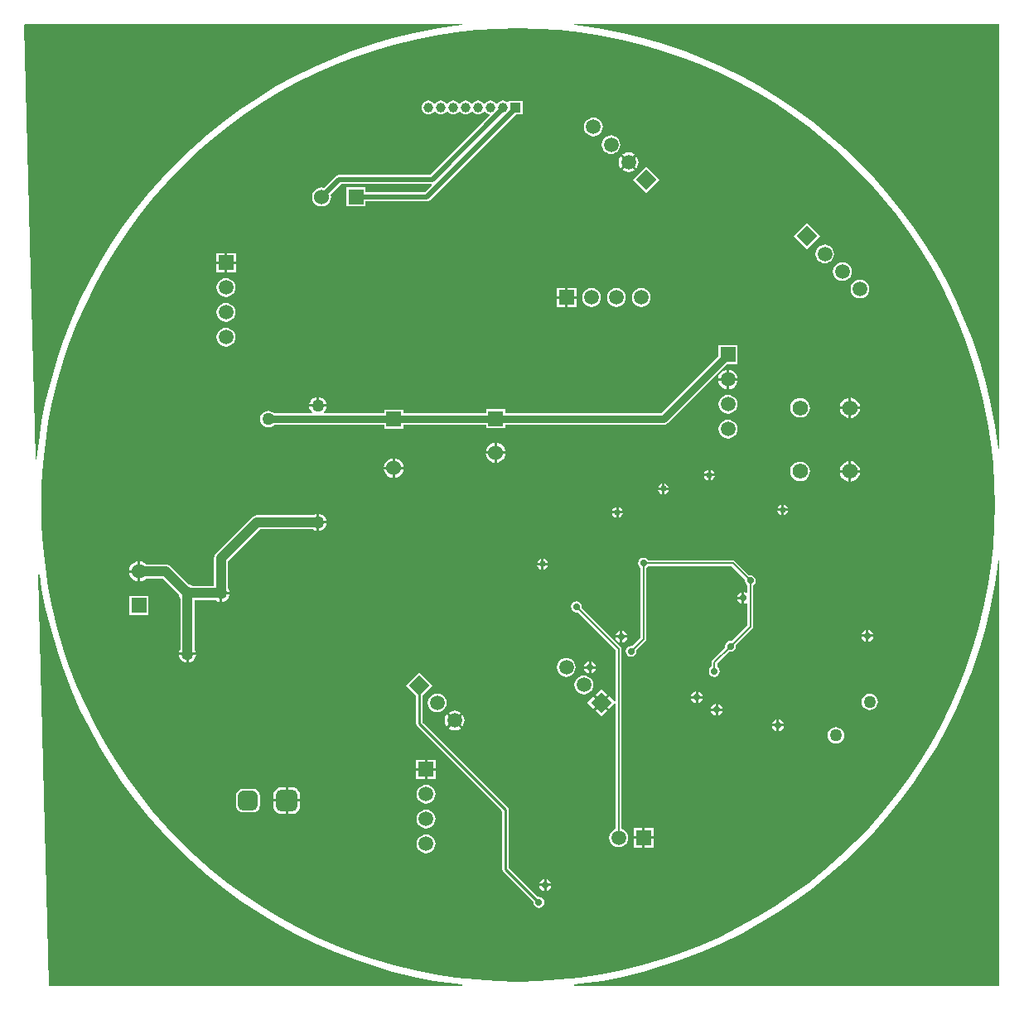
<source format=gbl>
G04*
G04 #@! TF.GenerationSoftware,Altium Limited,Altium Designer,18.1.9 (240)*
G04*
G04 Layer_Physical_Order=2*
G04 Layer_Color=16711680*
%FSLAX25Y25*%
%MOIN*%
G70*
G01*
G75*
%ADD14C,0.01000*%
%ADD15C,0.00800*%
%ADD70C,0.02000*%
%ADD71C,0.03000*%
%ADD72C,0.04000*%
%ADD74R,0.06000X0.06000*%
%ADD75C,0.06000*%
%ADD76R,0.05906X0.05906*%
%ADD77C,0.05906*%
%ADD78C,0.06200*%
%ADD79R,0.06000X0.06000*%
G04:AMPARAMS|DCode=80|XSize=78.74mil|YSize=78.74mil|CornerRadius=19.68mil|HoleSize=0mil|Usage=FLASHONLY|Rotation=180.000|XOffset=0mil|YOffset=0mil|HoleType=Round|Shape=RoundedRectangle|*
%AMROUNDEDRECTD80*
21,1,0.07874,0.03937,0,0,180.0*
21,1,0.03937,0.07874,0,0,180.0*
1,1,0.03937,-0.01968,0.01968*
1,1,0.03937,0.01968,0.01968*
1,1,0.03937,0.01968,-0.01968*
1,1,0.03937,-0.01968,-0.01968*
%
%ADD80ROUNDEDRECTD80*%
G04:AMPARAMS|DCode=81|XSize=86.61mil|YSize=86.61mil|CornerRadius=21.65mil|HoleSize=0mil|Usage=FLASHONLY|Rotation=180.000|XOffset=0mil|YOffset=0mil|HoleType=Round|Shape=RoundedRectangle|*
%AMROUNDEDRECTD81*
21,1,0.08661,0.04331,0,0,180.0*
21,1,0.04331,0.08661,0,0,180.0*
1,1,0.04331,-0.02165,0.02165*
1,1,0.04331,0.02165,0.02165*
1,1,0.04331,0.02165,-0.02165*
1,1,0.04331,-0.02165,-0.02165*
%
%ADD81ROUNDEDRECTD81*%
%ADD82P,0.08352X4X180.0*%
%ADD83R,0.05906X0.05906*%
%ADD84C,0.03937*%
%ADD85R,0.03937X0.03937*%
%ADD86C,0.05000*%
%ADD87C,0.02800*%
%ADD88C,0.02400*%
G36*
X387691Y215495D02*
X387191Y215468D01*
X386871Y218392D01*
X385580Y226781D01*
X383924Y235105D01*
X381907Y243350D01*
X379532Y251498D01*
X376803Y259535D01*
X373727Y267445D01*
X370309Y275214D01*
X366555Y282826D01*
X362473Y290268D01*
X358069Y297524D01*
X353354Y304581D01*
X348335Y311426D01*
X343023Y318045D01*
X337427Y324426D01*
X331557Y330557D01*
X325426Y336427D01*
X319045Y342023D01*
X312426Y347335D01*
X305581Y352354D01*
X298524Y357069D01*
X291268Y361473D01*
X283826Y365555D01*
X276214Y369309D01*
X268445Y372727D01*
X260535Y375803D01*
X252498Y378532D01*
X244350Y380907D01*
X236105Y382924D01*
X227781Y384580D01*
X219392Y385871D01*
X216468Y386191D01*
X216495Y386691D01*
X387691Y386691D01*
X387691Y215495D01*
D02*
G37*
G36*
X171532Y386191D02*
X168608Y385871D01*
X160219Y384580D01*
X151895Y382924D01*
X143650Y380907D01*
X135502Y378532D01*
X127465Y375803D01*
X119554Y372727D01*
X111786Y369309D01*
X104174Y365555D01*
X96732Y361473D01*
X89476Y357069D01*
X82419Y352354D01*
X75574Y347335D01*
X68955Y342023D01*
X62574Y336427D01*
X56443Y330557D01*
X50573Y324426D01*
X44977Y318045D01*
X39665Y311426D01*
X34646Y304581D01*
X29930Y297524D01*
X25527Y290268D01*
X21445Y282826D01*
X17691Y275214D01*
X14273Y267445D01*
X11197Y259535D01*
X8468Y251498D01*
X6093Y243350D01*
X4076Y235105D01*
X2420Y226781D01*
X1129Y218392D01*
X346Y211246D01*
X-155Y211266D01*
X-4600Y386333D01*
X-4251Y386691D01*
X171505Y386691D01*
X171532Y386191D01*
D02*
G37*
G36*
X202370Y384702D02*
X210724Y384155D01*
X219046Y383243D01*
X227320Y381970D01*
X235531Y380336D01*
X243663Y378346D01*
X251701Y376004D01*
X259629Y373313D01*
X267431Y370278D01*
X275094Y366907D01*
X282603Y363204D01*
X289942Y359177D01*
X297100Y354834D01*
X304061Y350183D01*
X310812Y345232D01*
X317341Y339992D01*
X323636Y334472D01*
X329683Y328683D01*
X335472Y322636D01*
X340992Y316341D01*
X346232Y309812D01*
X351183Y303061D01*
X355834Y296100D01*
X360177Y288942D01*
X364204Y281603D01*
X367907Y274094D01*
X371278Y266431D01*
X374313Y258629D01*
X377004Y250701D01*
X379346Y242663D01*
X381336Y234531D01*
X382970Y226320D01*
X384243Y218046D01*
X385155Y209724D01*
X385702Y201370D01*
X385885Y193000D01*
X385702Y184630D01*
X385155Y176276D01*
X384243Y167954D01*
X382970Y159680D01*
X381336Y151469D01*
X379346Y143337D01*
X377004Y135299D01*
X374313Y127372D01*
X371278Y119569D01*
X367907Y111906D01*
X364204Y104397D01*
X360177Y97058D01*
X355834Y89900D01*
X351183Y82939D01*
X346232Y76188D01*
X340992Y69659D01*
X335472Y63364D01*
X329683Y57317D01*
X323636Y51528D01*
X317341Y46008D01*
X310812Y40768D01*
X304061Y35817D01*
X297100Y31166D01*
X289942Y26823D01*
X282603Y22796D01*
X275094Y19093D01*
X267431Y15722D01*
X259629Y12687D01*
X251701Y9996D01*
X243663Y7654D01*
X235531Y5664D01*
X227320Y4030D01*
X219046Y2757D01*
X210724Y1845D01*
X202370Y1298D01*
X194000Y1115D01*
X185630Y1298D01*
X177276Y1845D01*
X168954Y2757D01*
X160680Y4030D01*
X152469Y5664D01*
X144337Y7654D01*
X136299Y9996D01*
X128372Y12687D01*
X120569Y15722D01*
X112906Y19093D01*
X105397Y22796D01*
X98058Y26823D01*
X90900Y31166D01*
X83939Y35817D01*
X77188Y40768D01*
X70659Y46008D01*
X64364Y51528D01*
X58317Y57317D01*
X52528Y63364D01*
X47008Y69659D01*
X41768Y76188D01*
X36817Y82939D01*
X32166Y89900D01*
X27823Y97058D01*
X23796Y104397D01*
X20093Y111906D01*
X16722Y119569D01*
X13687Y127372D01*
X10996Y135299D01*
X8653Y143337D01*
X6664Y151469D01*
X5030Y159680D01*
X3757Y167954D01*
X2845Y176276D01*
X2298Y184630D01*
X2115Y193000D01*
X2298Y201370D01*
X2845Y209724D01*
X3757Y218046D01*
X5030Y226320D01*
X6664Y234531D01*
X8653Y242663D01*
X10996Y250701D01*
X13687Y258629D01*
X16722Y266431D01*
X20093Y274094D01*
X23796Y281603D01*
X27823Y288942D01*
X32166Y296100D01*
X36817Y303061D01*
X41768Y309812D01*
X47008Y316341D01*
X52528Y322636D01*
X58317Y328683D01*
X64364Y334472D01*
X70659Y339992D01*
X77188Y345232D01*
X83939Y350183D01*
X90900Y354834D01*
X98058Y359177D01*
X105397Y363204D01*
X112906Y366907D01*
X120569Y370278D01*
X128372Y373313D01*
X136299Y376004D01*
X144337Y378346D01*
X152469Y380336D01*
X160680Y381970D01*
X168954Y383243D01*
X177276Y384155D01*
X185630Y384702D01*
X194000Y384885D01*
X202370Y384702D01*
D02*
G37*
G36*
X387691Y170505D02*
X387691Y-691D01*
X216495D01*
X216468Y-191D01*
X219392Y129D01*
X227781Y1420D01*
X236105Y3076D01*
X244350Y5093D01*
X252498Y7468D01*
X260535Y10197D01*
X268445Y13273D01*
X276214Y16691D01*
X283826Y20445D01*
X291268Y24527D01*
X298524Y28931D01*
X305581Y33646D01*
X312426Y38665D01*
X319045Y43977D01*
X325426Y49573D01*
X331557Y55443D01*
X337427Y61574D01*
X343023Y67955D01*
X348335Y74574D01*
X353354Y81419D01*
X358069Y88476D01*
X362473Y95732D01*
X366555Y103173D01*
X370309Y110786D01*
X373727Y118554D01*
X376803Y126465D01*
X379532Y134502D01*
X381907Y142650D01*
X383924Y150895D01*
X385580Y159219D01*
X386871Y167608D01*
X387191Y170532D01*
X387691Y170505D01*
D02*
G37*
G36*
X2420Y159219D02*
X4076Y150895D01*
X6093Y142650D01*
X8468Y134502D01*
X11197Y126465D01*
X14273Y118554D01*
X17691Y110786D01*
X21445Y103173D01*
X25527Y95732D01*
X29930Y88476D01*
X34646Y81419D01*
X39665Y74574D01*
X44977Y67955D01*
X50573Y61574D01*
X56443Y55443D01*
X62574Y49573D01*
X68955Y43977D01*
X75574Y38665D01*
X82419Y33646D01*
X89476Y28931D01*
X96732Y24527D01*
X104174Y20445D01*
X111786Y16691D01*
X119554Y13273D01*
X127465Y10197D01*
X135502Y7468D01*
X143650Y5093D01*
X151895Y3076D01*
X160219Y1420D01*
X168608Y129D01*
X171532Y-191D01*
X171505Y-691D01*
X5228D01*
X1020Y165031D01*
X1519Y165076D01*
X2420Y159219D01*
D02*
G37*
%LPC*%
G36*
X188000Y355792D02*
X187277Y355697D01*
X186604Y355418D01*
X186026Y354975D01*
X185815Y354700D01*
X185185Y354700D01*
X184975Y354975D01*
X184396Y355418D01*
X183723Y355697D01*
X183000Y355792D01*
X182277Y355697D01*
X181604Y355418D01*
X181026Y354975D01*
X180815Y354700D01*
X180185D01*
X179974Y354975D01*
X179396Y355418D01*
X178723Y355697D01*
X178000Y355792D01*
X177277Y355697D01*
X176604Y355418D01*
X176025Y354975D01*
X175815Y354700D01*
X175185D01*
X174975Y354975D01*
X174396Y355418D01*
X173723Y355697D01*
X173000Y355792D01*
X172277Y355697D01*
X171604Y355418D01*
X171026Y354975D01*
X170815Y354700D01*
X170185D01*
X169975Y354975D01*
X169396Y355418D01*
X168723Y355697D01*
X168000Y355792D01*
X167277Y355697D01*
X166604Y355418D01*
X166025Y354975D01*
X165815Y354700D01*
X165185D01*
X164974Y354975D01*
X164396Y355418D01*
X163723Y355697D01*
X163000Y355792D01*
X162277Y355697D01*
X161604Y355418D01*
X161026Y354975D01*
X160815Y354700D01*
X160185D01*
X159975Y354975D01*
X159396Y355418D01*
X158723Y355697D01*
X158000Y355792D01*
X157277Y355697D01*
X156604Y355418D01*
X156026Y354975D01*
X155582Y354396D01*
X155303Y353723D01*
X155208Y353000D01*
X155303Y352277D01*
X155582Y351604D01*
X156026Y351026D01*
X156604Y350582D01*
X157277Y350303D01*
X158000Y350208D01*
X158723Y350303D01*
X159396Y350582D01*
X159975Y351026D01*
X160185Y351300D01*
X160815D01*
X161026Y351026D01*
X161604Y350582D01*
X162277Y350303D01*
X163000Y350208D01*
X163723Y350303D01*
X164396Y350582D01*
X164974Y351026D01*
X165185Y351300D01*
X165815D01*
X166025Y351026D01*
X166604Y350582D01*
X167277Y350303D01*
X168000Y350208D01*
X168723Y350303D01*
X169396Y350582D01*
X169975Y351026D01*
X170185Y351300D01*
X170815D01*
X171026Y351026D01*
X171604Y350582D01*
X172277Y350303D01*
X173000Y350208D01*
X173723Y350303D01*
X174396Y350582D01*
X174975Y351026D01*
X175185Y351300D01*
X175815D01*
X176025Y351026D01*
X176604Y350582D01*
X177277Y350303D01*
X178000Y350208D01*
X178723Y350303D01*
X179396Y350582D01*
X179974Y351026D01*
X180185Y351300D01*
X180815D01*
X181026Y351026D01*
X181604Y350582D01*
X182277Y350303D01*
X182474Y350277D01*
X182653Y349749D01*
X158740Y325835D01*
X122000D01*
X121298Y325696D01*
X120702Y325298D01*
X116073Y320669D01*
X115992Y320702D01*
X115000Y320833D01*
X114008Y320702D01*
X113084Y320319D01*
X112290Y319710D01*
X111681Y318916D01*
X111298Y317992D01*
X111167Y317000D01*
X111298Y316008D01*
X111681Y315084D01*
X112290Y314290D01*
X113084Y313681D01*
X114008Y313298D01*
X115000Y313167D01*
X115992Y313298D01*
X116916Y313681D01*
X117710Y314290D01*
X118319Y315084D01*
X118702Y316008D01*
X118833Y317000D01*
X118702Y317992D01*
X118669Y318073D01*
X122760Y322165D01*
X159192D01*
X159399Y321665D01*
X156569Y318835D01*
X132580D01*
Y320800D01*
X124979D01*
Y313200D01*
X132580D01*
Y315165D01*
X157329D01*
X158032Y315304D01*
X158627Y315702D01*
X193156Y350232D01*
X195768D01*
Y355768D01*
X190232D01*
Y355408D01*
X189732Y355161D01*
X189396Y355418D01*
X188723Y355697D01*
X188000Y355792D01*
D02*
G37*
G36*
X224358Y348927D02*
X223378Y348798D01*
X222465Y348420D01*
X221681Y347819D01*
X221080Y347035D01*
X220702Y346122D01*
X220573Y345142D01*
X220702Y344163D01*
X221080Y343250D01*
X221681Y342466D01*
X222465Y341864D01*
X223378Y341486D01*
X224358Y341357D01*
X225338Y341486D01*
X226250Y341864D01*
X227034Y342466D01*
X227636Y343250D01*
X228014Y344163D01*
X228143Y345142D01*
X228014Y346122D01*
X227636Y347035D01*
X227034Y347819D01*
X226250Y348420D01*
X225338Y348798D01*
X224358Y348927D01*
D02*
G37*
G36*
X231429Y341856D02*
X230449Y341727D01*
X229536Y341349D01*
X228752Y340748D01*
X228151Y339964D01*
X227773Y339051D01*
X227644Y338071D01*
X227773Y337091D01*
X228151Y336178D01*
X228752Y335395D01*
X229536Y334793D01*
X230449Y334415D01*
X231429Y334286D01*
X232409Y334415D01*
X233321Y334793D01*
X234105Y335395D01*
X234707Y336178D01*
X235085Y337091D01*
X235214Y338071D01*
X235085Y339051D01*
X234707Y339964D01*
X234105Y340748D01*
X233321Y341349D01*
X232409Y341727D01*
X231429Y341856D01*
D02*
G37*
G36*
X238500Y334987D02*
X237468Y334851D01*
X236507Y334453D01*
X236081Y334126D01*
X238500Y331707D01*
X240919Y334126D01*
X240493Y334453D01*
X239532Y334851D01*
X238500Y334987D01*
D02*
G37*
G36*
X241626Y333419D02*
X239207Y331000D01*
X241626Y328581D01*
X241953Y329007D01*
X242351Y329968D01*
X242487Y331000D01*
X242351Y332032D01*
X241953Y332993D01*
X241626Y333419D01*
D02*
G37*
G36*
X235374D02*
X235047Y332993D01*
X234649Y332032D01*
X234513Y331000D01*
X234649Y329968D01*
X235047Y329007D01*
X235374Y328581D01*
X237793Y331000D01*
X235374Y333419D01*
D02*
G37*
G36*
X238500Y330293D02*
X236081Y327874D01*
X236507Y327547D01*
X237468Y327149D01*
X238500Y327013D01*
X239532Y327149D01*
X240493Y327547D01*
X240919Y327874D01*
X238500Y330293D01*
D02*
G37*
G36*
X245571Y329236D02*
X240264Y323929D01*
X245571Y318622D01*
X250878Y323929D01*
X245571Y329236D01*
D02*
G37*
G36*
X310358Y306449D02*
X305051Y301142D01*
X310358Y295835D01*
X315665Y301142D01*
X310358Y306449D01*
D02*
G37*
G36*
X80453Y294453D02*
X77000D01*
Y291000D01*
X80453D01*
Y294453D01*
D02*
G37*
G36*
X76000D02*
X72547D01*
Y291000D01*
X76000D01*
Y294453D01*
D02*
G37*
G36*
X317429Y297856D02*
X316449Y297727D01*
X315536Y297349D01*
X314753Y296747D01*
X314151Y295964D01*
X313773Y295051D01*
X313644Y294071D01*
X313773Y293091D01*
X314151Y292179D01*
X314753Y291395D01*
X315536Y290793D01*
X316449Y290415D01*
X317429Y290286D01*
X318409Y290415D01*
X319321Y290793D01*
X320105Y291395D01*
X320707Y292179D01*
X321085Y293091D01*
X321214Y294071D01*
X321085Y295051D01*
X320707Y295964D01*
X320105Y296747D01*
X319321Y297349D01*
X318409Y297727D01*
X317429Y297856D01*
D02*
G37*
G36*
X80453Y290000D02*
X77000D01*
Y286547D01*
X80453D01*
Y290000D01*
D02*
G37*
G36*
X76000D02*
X72547D01*
Y286547D01*
X76000D01*
Y290000D01*
D02*
G37*
G36*
X324500Y290785D02*
X323520Y290656D01*
X322607Y290278D01*
X321824Y289676D01*
X321222Y288893D01*
X320844Y287980D01*
X320715Y287000D01*
X320844Y286020D01*
X321222Y285107D01*
X321824Y284324D01*
X322607Y283722D01*
X323520Y283344D01*
X324500Y283215D01*
X325480Y283344D01*
X326393Y283722D01*
X327176Y284324D01*
X327778Y285107D01*
X328156Y286020D01*
X328285Y287000D01*
X328156Y287980D01*
X327778Y288893D01*
X327176Y289676D01*
X326393Y290278D01*
X325480Y290656D01*
X324500Y290785D01*
D02*
G37*
G36*
X217504Y280453D02*
X214051D01*
Y277000D01*
X217504D01*
Y280453D01*
D02*
G37*
G36*
X213051D02*
X209598D01*
Y277000D01*
X213051D01*
Y280453D01*
D02*
G37*
G36*
X76500Y284285D02*
X75520Y284156D01*
X74607Y283778D01*
X73823Y283176D01*
X73222Y282393D01*
X72844Y281480D01*
X72715Y280500D01*
X72844Y279520D01*
X73222Y278607D01*
X73823Y277823D01*
X74607Y277222D01*
X75520Y276844D01*
X76500Y276715D01*
X77480Y276844D01*
X78393Y277222D01*
X79176Y277823D01*
X79778Y278607D01*
X80156Y279520D01*
X80285Y280500D01*
X80156Y281480D01*
X79778Y282393D01*
X79176Y283176D01*
X78393Y283778D01*
X77480Y284156D01*
X76500Y284285D01*
D02*
G37*
G36*
X331571Y283714D02*
X330591Y283585D01*
X329679Y283207D01*
X328895Y282605D01*
X328293Y281821D01*
X327915Y280909D01*
X327786Y279929D01*
X327915Y278949D01*
X328293Y278036D01*
X328895Y277252D01*
X329679Y276651D01*
X330591Y276273D01*
X331571Y276144D01*
X332551Y276273D01*
X333464Y276651D01*
X334248Y277252D01*
X334849Y278036D01*
X335227Y278949D01*
X335356Y279929D01*
X335227Y280909D01*
X334849Y281821D01*
X334248Y282605D01*
X333464Y283207D01*
X332551Y283585D01*
X331571Y283714D01*
D02*
G37*
G36*
X243551Y280285D02*
X242571Y280156D01*
X241659Y279778D01*
X240875Y279176D01*
X240273Y278393D01*
X239895Y277480D01*
X239766Y276500D01*
X239895Y275520D01*
X240273Y274607D01*
X240875Y273823D01*
X241659Y273222D01*
X242571Y272844D01*
X243551Y272715D01*
X244531Y272844D01*
X245444Y273222D01*
X246228Y273823D01*
X246829Y274607D01*
X247207Y275520D01*
X247336Y276500D01*
X247207Y277480D01*
X246829Y278393D01*
X246228Y279176D01*
X245444Y279778D01*
X244531Y280156D01*
X243551Y280285D01*
D02*
G37*
G36*
X233551D02*
X232572Y280156D01*
X231659Y279778D01*
X230875Y279176D01*
X230273Y278393D01*
X229895Y277480D01*
X229766Y276500D01*
X229895Y275520D01*
X230273Y274607D01*
X230875Y273823D01*
X231659Y273222D01*
X232572Y272844D01*
X233551Y272715D01*
X234531Y272844D01*
X235444Y273222D01*
X236228Y273823D01*
X236829Y274607D01*
X237207Y275520D01*
X237336Y276500D01*
X237207Y277480D01*
X236829Y278393D01*
X236228Y279176D01*
X235444Y279778D01*
X234531Y280156D01*
X233551Y280285D01*
D02*
G37*
G36*
X223551D02*
X222571Y280156D01*
X221659Y279778D01*
X220875Y279176D01*
X220273Y278393D01*
X219895Y277480D01*
X219766Y276500D01*
X219895Y275520D01*
X220273Y274607D01*
X220875Y273823D01*
X221659Y273222D01*
X222571Y272844D01*
X223551Y272715D01*
X224531Y272844D01*
X225444Y273222D01*
X226228Y273823D01*
X226829Y274607D01*
X227207Y275520D01*
X227336Y276500D01*
X227207Y277480D01*
X226829Y278393D01*
X226228Y279176D01*
X225444Y279778D01*
X224531Y280156D01*
X223551Y280285D01*
D02*
G37*
G36*
X217504Y276000D02*
X214051D01*
Y272547D01*
X217504D01*
Y276000D01*
D02*
G37*
G36*
X213051D02*
X209598D01*
Y272547D01*
X213051D01*
Y276000D01*
D02*
G37*
G36*
X76500Y274285D02*
X75520Y274156D01*
X74607Y273778D01*
X73823Y273177D01*
X73222Y272393D01*
X72844Y271480D01*
X72715Y270500D01*
X72844Y269520D01*
X73222Y268607D01*
X73823Y267824D01*
X74607Y267222D01*
X75520Y266844D01*
X76500Y266715D01*
X77480Y266844D01*
X78393Y267222D01*
X79176Y267824D01*
X79778Y268607D01*
X80156Y269520D01*
X80285Y270500D01*
X80156Y271480D01*
X79778Y272393D01*
X79176Y273177D01*
X78393Y273778D01*
X77480Y274156D01*
X76500Y274285D01*
D02*
G37*
G36*
Y264285D02*
X75520Y264156D01*
X74607Y263778D01*
X73823Y263176D01*
X73222Y262393D01*
X72844Y261480D01*
X72715Y260500D01*
X72844Y259520D01*
X73222Y258607D01*
X73823Y257823D01*
X74607Y257222D01*
X75520Y256844D01*
X76500Y256715D01*
X77480Y256844D01*
X78393Y257222D01*
X79176Y257823D01*
X79778Y258607D01*
X80156Y259520D01*
X80285Y260500D01*
X80156Y261480D01*
X79778Y262393D01*
X79176Y263176D01*
X78393Y263778D01*
X77480Y264156D01*
X76500Y264285D01*
D02*
G37*
G36*
X279000Y247421D02*
Y244000D01*
X282421D01*
X282351Y244532D01*
X281953Y245493D01*
X281319Y246319D01*
X280493Y246953D01*
X279532Y247351D01*
X279000Y247421D01*
D02*
G37*
G36*
X278000D02*
X277468Y247351D01*
X276507Y246953D01*
X275681Y246319D01*
X275047Y245493D01*
X274649Y244532D01*
X274579Y244000D01*
X278000D01*
Y247421D01*
D02*
G37*
G36*
X282421Y243000D02*
X279000D01*
Y239579D01*
X279532Y239649D01*
X280493Y240047D01*
X281319Y240681D01*
X281953Y241507D01*
X282351Y242468D01*
X282421Y243000D01*
D02*
G37*
G36*
X278000D02*
X274579D01*
X274649Y242468D01*
X275047Y241507D01*
X275681Y240681D01*
X276507Y240047D01*
X277468Y239649D01*
X278000Y239579D01*
Y243000D01*
D02*
G37*
G36*
X114000Y236464D02*
Y233500D01*
X116964D01*
X116910Y233914D01*
X116557Y234765D01*
X115996Y235496D01*
X115265Y236057D01*
X114414Y236410D01*
X114000Y236464D01*
D02*
G37*
G36*
X113000D02*
X112586Y236410D01*
X111735Y236057D01*
X111004Y235496D01*
X110443Y234765D01*
X110090Y233914D01*
X110036Y233500D01*
X113000D01*
Y236464D01*
D02*
G37*
G36*
X327996Y236160D02*
Y232591D01*
X331566D01*
X331490Y233161D01*
X331077Y234158D01*
X330420Y235015D01*
X329564Y235672D01*
X328566Y236085D01*
X327996Y236160D01*
D02*
G37*
G36*
X326996D02*
X326426Y236085D01*
X325428Y235672D01*
X324572Y235015D01*
X323915Y234158D01*
X323502Y233161D01*
X323427Y232591D01*
X326996D01*
Y236160D01*
D02*
G37*
G36*
X282253Y257253D02*
X274747D01*
Y253064D01*
X251529Y229845D01*
X188800D01*
Y231579D01*
X181200D01*
Y229845D01*
X147800D01*
Y231300D01*
X140200D01*
Y229845D01*
X115959D01*
X115789Y230345D01*
X115996Y230504D01*
X116557Y231235D01*
X116910Y232086D01*
X116964Y232500D01*
X110036D01*
X110090Y232086D01*
X110443Y231235D01*
X111004Y230504D01*
X111211Y230345D01*
X111041Y229845D01*
X95860D01*
X95854Y229854D01*
X95164Y230382D01*
X94362Y230715D01*
X93500Y230828D01*
X92638Y230715D01*
X91836Y230382D01*
X91146Y229854D01*
X90617Y229164D01*
X90285Y228362D01*
X90171Y227500D01*
X90285Y226639D01*
X90617Y225836D01*
X91146Y225146D01*
X91836Y224618D01*
X92638Y224285D01*
X93500Y224171D01*
X94362Y224285D01*
X95164Y224618D01*
X95854Y225146D01*
X95860Y225155D01*
X140200D01*
Y223700D01*
X147800D01*
Y225155D01*
X181200D01*
Y223979D01*
X188800D01*
Y225155D01*
X252500D01*
X253397Y225333D01*
X254158Y225842D01*
X278064Y249747D01*
X282253D01*
Y257253D01*
D02*
G37*
G36*
X278500Y237285D02*
X277520Y237156D01*
X276607Y236778D01*
X275823Y236176D01*
X275222Y235393D01*
X274844Y234480D01*
X274715Y233500D01*
X274844Y232520D01*
X275222Y231607D01*
X275823Y230823D01*
X276607Y230222D01*
X277520Y229844D01*
X278500Y229715D01*
X279480Y229844D01*
X280393Y230222D01*
X281176Y230823D01*
X281778Y231607D01*
X282156Y232520D01*
X282285Y233500D01*
X282156Y234480D01*
X281778Y235393D01*
X281176Y236176D01*
X280393Y236778D01*
X279480Y237156D01*
X278500Y237285D01*
D02*
G37*
G36*
X307496Y236024D02*
X306478Y235890D01*
X305529Y235497D01*
X304715Y234872D01*
X304089Y234057D01*
X303696Y233109D01*
X303562Y232091D01*
X303696Y231072D01*
X304089Y230124D01*
X304715Y229309D01*
X305529Y228684D01*
X306478Y228291D01*
X307496Y228157D01*
X308514Y228291D01*
X309463Y228684D01*
X310278Y229309D01*
X310903Y230124D01*
X311296Y231072D01*
X311430Y232091D01*
X311296Y233109D01*
X310903Y234057D01*
X310278Y234872D01*
X309463Y235497D01*
X308514Y235890D01*
X307496Y236024D01*
D02*
G37*
G36*
X331566Y231591D02*
X327996D01*
Y228021D01*
X328566Y228096D01*
X329564Y228509D01*
X330420Y229166D01*
X331077Y230023D01*
X331490Y231020D01*
X331566Y231591D01*
D02*
G37*
G36*
X326996D02*
X323427D01*
X323502Y231020D01*
X323915Y230023D01*
X324572Y229166D01*
X325428Y228509D01*
X326426Y228096D01*
X326996Y228021D01*
Y231591D01*
D02*
G37*
G36*
X278500Y227285D02*
X277520Y227156D01*
X276607Y226778D01*
X275823Y226177D01*
X275222Y225393D01*
X274844Y224480D01*
X274715Y223500D01*
X274844Y222520D01*
X275222Y221607D01*
X275823Y220824D01*
X276607Y220222D01*
X277520Y219844D01*
X278500Y219715D01*
X279480Y219844D01*
X280393Y220222D01*
X281176Y220824D01*
X281778Y221607D01*
X282156Y222520D01*
X282285Y223500D01*
X282156Y224480D01*
X281778Y225393D01*
X281176Y226177D01*
X280393Y226778D01*
X279480Y227156D01*
X278500Y227285D01*
D02*
G37*
G36*
X185500Y217969D02*
Y214500D01*
X188969D01*
X188897Y215044D01*
X188494Y216017D01*
X187853Y216853D01*
X187017Y217494D01*
X186044Y217897D01*
X185500Y217969D01*
D02*
G37*
G36*
X184500D02*
X183956Y217897D01*
X182983Y217494D01*
X182147Y216853D01*
X181506Y216017D01*
X181103Y215044D01*
X181031Y214500D01*
X184500D01*
Y217969D01*
D02*
G37*
G36*
X188969Y213500D02*
X185500D01*
Y210031D01*
X186044Y210103D01*
X187017Y210506D01*
X187853Y211147D01*
X188494Y211983D01*
X188897Y212956D01*
X188969Y213500D01*
D02*
G37*
G36*
X184500D02*
X181031D01*
X181103Y212956D01*
X181506Y211983D01*
X182147Y211147D01*
X182983Y210506D01*
X183956Y210103D01*
X184500Y210031D01*
Y213500D01*
D02*
G37*
G36*
X144500Y211784D02*
Y208315D01*
X147969D01*
X147897Y208859D01*
X147494Y209832D01*
X146853Y210668D01*
X146017Y211309D01*
X145044Y211712D01*
X144500Y211784D01*
D02*
G37*
G36*
X143500Y211784D02*
X142956Y211712D01*
X141983Y211309D01*
X141147Y210668D01*
X140506Y209832D01*
X140103Y208859D01*
X140031Y208315D01*
X143500D01*
Y211784D01*
D02*
G37*
G36*
X327996Y210570D02*
Y207000D01*
X331566D01*
X331490Y207570D01*
X331077Y208568D01*
X330420Y209424D01*
X329564Y210081D01*
X328566Y210494D01*
X327996Y210570D01*
D02*
G37*
G36*
X326996Y210570D02*
X326426Y210494D01*
X325428Y210081D01*
X324572Y209424D01*
X323915Y208568D01*
X323502Y207570D01*
X323427Y207000D01*
X326996D01*
Y210570D01*
D02*
G37*
G36*
X271504Y207144D02*
Y205500D01*
X273148D01*
X273076Y205858D01*
X272590Y206586D01*
X271862Y207072D01*
X271504Y207144D01*
D02*
G37*
G36*
X270504D02*
X270146Y207072D01*
X269418Y206586D01*
X268932Y205858D01*
X268860Y205500D01*
X270504D01*
Y207144D01*
D02*
G37*
G36*
X147969Y207315D02*
X144500D01*
Y203846D01*
X145044Y203918D01*
X146017Y204321D01*
X146853Y204962D01*
X147494Y205798D01*
X147897Y206771D01*
X147969Y207315D01*
D02*
G37*
G36*
X143500D02*
X140031D01*
X140103Y206771D01*
X140506Y205798D01*
X141147Y204962D01*
X141983Y204321D01*
X142956Y203918D01*
X143500Y203846D01*
Y207315D01*
D02*
G37*
G36*
X273148Y204500D02*
X271504D01*
Y202856D01*
X271862Y202928D01*
X272590Y203414D01*
X273076Y204142D01*
X273148Y204500D01*
D02*
G37*
G36*
X270504D02*
X268860D01*
X268932Y204142D01*
X269418Y203414D01*
X270146Y202928D01*
X270504Y202856D01*
Y204500D01*
D02*
G37*
G36*
X307496Y210434D02*
X306478Y210300D01*
X305529Y209907D01*
X304715Y209281D01*
X304089Y208467D01*
X303696Y207518D01*
X303562Y206500D01*
X303696Y205482D01*
X304089Y204533D01*
X304715Y203718D01*
X305529Y203093D01*
X306478Y202700D01*
X307496Y202566D01*
X308514Y202700D01*
X309463Y203093D01*
X310278Y203718D01*
X310903Y204533D01*
X311296Y205482D01*
X311430Y206500D01*
X311296Y207518D01*
X310903Y208467D01*
X310278Y209281D01*
X309463Y209907D01*
X308514Y210300D01*
X307496Y210434D01*
D02*
G37*
G36*
X331566Y206000D02*
X327996D01*
Y202430D01*
X328566Y202505D01*
X329564Y202919D01*
X330420Y203576D01*
X331077Y204432D01*
X331490Y205430D01*
X331566Y206000D01*
D02*
G37*
G36*
X326996D02*
X323427D01*
X323502Y205430D01*
X323915Y204432D01*
X324572Y203576D01*
X325428Y202919D01*
X326426Y202505D01*
X326996Y202430D01*
Y206000D01*
D02*
G37*
G36*
X252996Y201644D02*
Y200000D01*
X254640D01*
X254568Y200358D01*
X254082Y201086D01*
X253355Y201572D01*
X252996Y201644D01*
D02*
G37*
G36*
X251996D02*
X251638Y201572D01*
X250910Y201086D01*
X250424Y200358D01*
X250352Y200000D01*
X251996D01*
Y201644D01*
D02*
G37*
G36*
X254640Y199000D02*
X252996D01*
Y197356D01*
X253355Y197428D01*
X254082Y197914D01*
X254568Y198642D01*
X254640Y199000D01*
D02*
G37*
G36*
X251996D02*
X250352D01*
X250424Y198642D01*
X250910Y197914D01*
X251638Y197428D01*
X251996Y197356D01*
Y199000D01*
D02*
G37*
G36*
X300996Y193144D02*
Y191500D01*
X302640D01*
X302568Y191858D01*
X302082Y192586D01*
X301355Y193072D01*
X300996Y193144D01*
D02*
G37*
G36*
X299996D02*
X299638Y193072D01*
X298910Y192586D01*
X298424Y191858D01*
X298352Y191500D01*
X299996D01*
Y193144D01*
D02*
G37*
G36*
X234500Y192144D02*
Y190500D01*
X236144D01*
X236072Y190858D01*
X235586Y191586D01*
X234858Y192072D01*
X234500Y192144D01*
D02*
G37*
G36*
X233500D02*
X233142Y192072D01*
X232414Y191586D01*
X231928Y190858D01*
X231856Y190500D01*
X233500D01*
Y192144D01*
D02*
G37*
G36*
X302640Y190500D02*
X300996D01*
Y188856D01*
X301355Y188928D01*
X302082Y189414D01*
X302568Y190142D01*
X302640Y190500D01*
D02*
G37*
G36*
X299996D02*
X298352D01*
X298424Y190142D01*
X298910Y189414D01*
X299638Y188928D01*
X299996Y188856D01*
Y190500D01*
D02*
G37*
G36*
X236144Y189500D02*
X234500D01*
Y187856D01*
X234858Y187928D01*
X235586Y188414D01*
X236072Y189142D01*
X236144Y189500D01*
D02*
G37*
G36*
X233500D02*
X231856D01*
X231928Y189142D01*
X232414Y188414D01*
X233142Y187928D01*
X233500Y187856D01*
Y189500D01*
D02*
G37*
G36*
X114000Y189464D02*
Y186500D01*
X116964D01*
X116910Y186914D01*
X116557Y187765D01*
X115996Y188496D01*
X115265Y189057D01*
X114414Y189410D01*
X114000Y189464D01*
D02*
G37*
G36*
X116964Y185500D02*
X114000D01*
Y182536D01*
X114414Y182590D01*
X115265Y182943D01*
X115996Y183504D01*
X116557Y184235D01*
X116910Y185086D01*
X116964Y185500D01*
D02*
G37*
G36*
X113000Y189464D02*
X112586Y189410D01*
X111735Y189057D01*
X111431Y188824D01*
X89000D01*
X88269Y188728D01*
X87588Y188446D01*
X87003Y187997D01*
X72503Y173497D01*
X72054Y172912D01*
X71772Y172231D01*
X71676Y171500D01*
Y160324D01*
X63069D01*
X62765Y160557D01*
X61914Y160910D01*
X61534Y160960D01*
X54217Y168277D01*
X53633Y168725D01*
X52951Y169008D01*
X52220Y169104D01*
X44375D01*
X44353Y169132D01*
X43517Y169773D01*
X42544Y170177D01*
X42000Y170248D01*
Y166279D01*
Y162311D01*
X42544Y162382D01*
X43517Y162785D01*
X44353Y163427D01*
X44375Y163455D01*
X51051D01*
X57540Y156966D01*
X57590Y156586D01*
X57943Y155735D01*
X58176Y155431D01*
Y135069D01*
X57943Y134765D01*
X57590Y133914D01*
X57536Y133500D01*
X64464D01*
X64410Y133914D01*
X64057Y134765D01*
X63824Y135069D01*
Y154676D01*
X72431D01*
X72735Y154443D01*
X73586Y154090D01*
X74000Y154036D01*
Y157500D01*
X74500D01*
Y158000D01*
X77964D01*
X77910Y158414D01*
X77557Y159265D01*
X77324Y159569D01*
Y170330D01*
X90170Y183176D01*
X111431D01*
X111735Y182943D01*
X112586Y182590D01*
X113000Y182536D01*
Y186000D01*
Y189464D01*
D02*
G37*
G36*
X204379Y171295D02*
Y169651D01*
X206023D01*
X205951Y170010D01*
X205465Y170738D01*
X204737Y171224D01*
X204379Y171295D01*
D02*
G37*
G36*
X203379D02*
X203021Y171224D01*
X202293Y170738D01*
X201807Y170010D01*
X201735Y169651D01*
X203379D01*
Y171295D01*
D02*
G37*
G36*
X206023Y168651D02*
X204379D01*
Y167008D01*
X204737Y167079D01*
X205465Y167565D01*
X205951Y168293D01*
X206023Y168651D01*
D02*
G37*
G36*
X203379D02*
X201735D01*
X201807Y168293D01*
X202293Y167565D01*
X203021Y167079D01*
X203379Y167008D01*
Y168651D01*
D02*
G37*
G36*
X41000Y170248D02*
X40456Y170177D01*
X39483Y169773D01*
X38647Y169132D01*
X38006Y168297D01*
X37603Y167324D01*
X37531Y166779D01*
X41000D01*
Y170248D01*
D02*
G37*
G36*
Y165779D02*
X37531D01*
X37603Y165235D01*
X38006Y164262D01*
X38647Y163427D01*
X39483Y162785D01*
X40456Y162382D01*
X41000Y162311D01*
Y165779D01*
D02*
G37*
G36*
X244500Y171788D02*
X243642Y171617D01*
X242914Y171131D01*
X242428Y170403D01*
X242257Y169545D01*
X242428Y168686D01*
X242914Y167959D01*
X243277Y167716D01*
Y139555D01*
X239928Y136207D01*
X239500Y136292D01*
X238642Y136121D01*
X237914Y135635D01*
X237428Y134907D01*
X237257Y134049D01*
X237428Y133190D01*
X237914Y132463D01*
X238642Y131976D01*
X239500Y131806D01*
X240358Y131976D01*
X241086Y132463D01*
X241572Y133190D01*
X241743Y134049D01*
X241658Y134476D01*
X245365Y138183D01*
X245630Y138580D01*
X245724Y139049D01*
Y167716D01*
X246086Y167959D01*
X246328Y168321D01*
X279953D01*
X285342Y162932D01*
X285257Y162504D01*
X285428Y161645D01*
X285914Y160918D01*
X286277Y160676D01*
Y157794D01*
X285776Y157527D01*
X285433Y157757D01*
X284996Y157844D01*
Y155496D01*
Y153148D01*
X285433Y153235D01*
X285776Y153465D01*
X286277Y153198D01*
Y144617D01*
X279928Y138268D01*
X279500Y138353D01*
X278642Y138183D01*
X277914Y137696D01*
X277428Y136969D01*
X277257Y136110D01*
X277342Y135682D01*
X272135Y130475D01*
X271870Y130078D01*
X271777Y129610D01*
Y127828D01*
X271414Y127586D01*
X270928Y126858D01*
X270757Y126000D01*
X270928Y125142D01*
X271414Y124414D01*
X272142Y123928D01*
X273000Y123757D01*
X273858Y123928D01*
X274586Y124414D01*
X275072Y125142D01*
X275243Y126000D01*
X275072Y126858D01*
X274586Y127586D01*
X274223Y127828D01*
Y129104D01*
X279072Y133952D01*
X279500Y133867D01*
X280358Y134038D01*
X281086Y134524D01*
X281572Y135252D01*
X281743Y136110D01*
X281658Y136538D01*
X288365Y143245D01*
X288630Y143642D01*
X288723Y144110D01*
Y160676D01*
X289086Y160918D01*
X289572Y161645D01*
X289743Y162504D01*
X289572Y163362D01*
X289086Y164090D01*
X288358Y164576D01*
X287500Y164747D01*
X287072Y164662D01*
X281324Y170410D01*
X280927Y170675D01*
X280459Y170768D01*
X246328D01*
X246086Y171131D01*
X245358Y171617D01*
X244500Y171788D01*
D02*
G37*
G36*
X283996Y157844D02*
X283560Y157757D01*
X282766Y157226D01*
X282235Y156432D01*
X282149Y155996D01*
X283996D01*
Y157844D01*
D02*
G37*
G36*
X77964Y157000D02*
X75000D01*
Y154036D01*
X75414Y154090D01*
X76265Y154443D01*
X76996Y155004D01*
X77557Y155735D01*
X77910Y156586D01*
X77964Y157000D01*
D02*
G37*
G36*
X283996Y154996D02*
X282149D01*
X282235Y154560D01*
X282766Y153766D01*
X283560Y153235D01*
X283996Y153148D01*
Y154996D01*
D02*
G37*
G36*
X45300Y156300D02*
X37700D01*
Y148700D01*
X45300D01*
Y156300D01*
D02*
G37*
G36*
X335000Y142715D02*
Y140868D01*
X336848D01*
X336761Y141304D01*
X336230Y142098D01*
X335436Y142629D01*
X335000Y142715D01*
D02*
G37*
G36*
X334000D02*
X333564Y142629D01*
X332770Y142098D01*
X332239Y141304D01*
X332152Y140868D01*
X334000D01*
Y142715D01*
D02*
G37*
G36*
X236000Y142307D02*
Y140459D01*
X237848D01*
X237761Y140896D01*
X237230Y141690D01*
X236436Y142220D01*
X236000Y142307D01*
D02*
G37*
G36*
X235000D02*
X234564Y142220D01*
X233770Y141690D01*
X233239Y140896D01*
X233152Y140459D01*
X235000D01*
Y142307D01*
D02*
G37*
G36*
X336848Y139868D02*
X335000D01*
Y138020D01*
X335436Y138107D01*
X336230Y138637D01*
X336761Y139431D01*
X336848Y139868D01*
D02*
G37*
G36*
X334000D02*
X332152D01*
X332239Y139431D01*
X332770Y138637D01*
X333564Y138107D01*
X334000Y138020D01*
Y139868D01*
D02*
G37*
G36*
X237848Y139459D02*
X236000D01*
Y137612D01*
X236436Y137698D01*
X237230Y138229D01*
X237761Y139023D01*
X237848Y139459D01*
D02*
G37*
G36*
X235000D02*
X233152D01*
X233239Y139023D01*
X233770Y138229D01*
X234564Y137698D01*
X235000Y137612D01*
Y139459D01*
D02*
G37*
G36*
X64464Y132500D02*
X61500D01*
Y129536D01*
X61914Y129590D01*
X62765Y129943D01*
X63496Y130504D01*
X64057Y131235D01*
X64410Y132086D01*
X64464Y132500D01*
D02*
G37*
G36*
X60500D02*
X57536D01*
X57590Y132086D01*
X57943Y131235D01*
X58504Y130504D01*
X59235Y129943D01*
X60086Y129590D01*
X60500Y129536D01*
Y132500D01*
D02*
G37*
G36*
X223500Y129919D02*
Y128071D01*
X225348D01*
X225261Y128507D01*
X224730Y129301D01*
X223936Y129832D01*
X223500Y129919D01*
D02*
G37*
G36*
X222500D02*
X222064Y129832D01*
X221270Y129301D01*
X220739Y128507D01*
X220652Y128071D01*
X222500D01*
Y129919D01*
D02*
G37*
G36*
X225348Y127071D02*
X223500D01*
Y125224D01*
X223936Y125310D01*
X224730Y125841D01*
X225261Y126635D01*
X225348Y127071D01*
D02*
G37*
G36*
X222500D02*
X220652D01*
X220739Y126635D01*
X221270Y125841D01*
X222064Y125310D01*
X222500Y125224D01*
Y127071D01*
D02*
G37*
G36*
X213425Y131356D02*
X212445Y131227D01*
X211532Y130849D01*
X210749Y130248D01*
X210147Y129464D01*
X209769Y128551D01*
X209640Y127571D01*
X209769Y126591D01*
X210147Y125679D01*
X210749Y124895D01*
X211532Y124293D01*
X212445Y123915D01*
X213425Y123786D01*
X214405Y123915D01*
X215318Y124293D01*
X216102Y124895D01*
X216703Y125679D01*
X217081Y126591D01*
X217210Y127571D01*
X217081Y128551D01*
X216703Y129464D01*
X216102Y130248D01*
X215318Y130849D01*
X214405Y131227D01*
X213425Y131356D01*
D02*
G37*
G36*
X220496Y124285D02*
X219516Y124156D01*
X218603Y123778D01*
X217820Y123177D01*
X217218Y122393D01*
X216840Y121480D01*
X216711Y120500D01*
X216840Y119520D01*
X217218Y118607D01*
X217820Y117824D01*
X218603Y117222D01*
X219516Y116844D01*
X220496Y116715D01*
X221476Y116844D01*
X222389Y117222D01*
X223173Y117824D01*
X223774Y118607D01*
X224152Y119520D01*
X224281Y120500D01*
X224152Y121480D01*
X223774Y122393D01*
X223173Y123177D01*
X222389Y123778D01*
X221476Y124156D01*
X220496Y124285D01*
D02*
G37*
G36*
X266492Y117851D02*
Y116004D01*
X268340D01*
X268253Y116440D01*
X267722Y117234D01*
X266929Y117765D01*
X266492Y117851D01*
D02*
G37*
G36*
X265492D02*
X265056Y117765D01*
X264262Y117234D01*
X263731Y116440D01*
X263645Y116004D01*
X265492D01*
Y117851D01*
D02*
G37*
G36*
X227567Y119019D02*
X225126Y116577D01*
X227567Y114136D01*
X230009Y116577D01*
X227567Y119019D01*
D02*
G37*
G36*
X217500Y154243D02*
X216642Y154072D01*
X215914Y153586D01*
X215428Y152858D01*
X215257Y152000D01*
X215428Y151142D01*
X215914Y150414D01*
X216642Y149928D01*
X217500Y149757D01*
X217928Y149842D01*
X233280Y134489D01*
Y114013D01*
X232781Y113806D01*
X230716Y115870D01*
X228274Y113429D01*
X230716Y110987D01*
X232781Y113052D01*
X233280Y112845D01*
Y112000D01*
X233280Y62555D01*
X232611Y62278D01*
X231827Y61677D01*
X231226Y60893D01*
X230848Y59980D01*
X230719Y59000D01*
X230848Y58020D01*
X231226Y57107D01*
X231827Y56323D01*
X232611Y55722D01*
X233524Y55344D01*
X234504Y55215D01*
X235484Y55344D01*
X236397Y55722D01*
X237180Y56323D01*
X237782Y57107D01*
X238160Y58020D01*
X238289Y59000D01*
X238160Y59980D01*
X237782Y60893D01*
X237180Y61677D01*
X236397Y62278D01*
X235728Y62555D01*
X235728Y112000D01*
Y134996D01*
X235634Y135464D01*
X235369Y135861D01*
X219658Y151572D01*
X219743Y152000D01*
X219572Y152858D01*
X219086Y153586D01*
X218358Y154072D01*
X217500Y154243D01*
D02*
G37*
G36*
X268340Y115004D02*
X266492D01*
Y113156D01*
X266929Y113243D01*
X267722Y113774D01*
X268253Y114567D01*
X268340Y115004D01*
D02*
G37*
G36*
X265492D02*
X263645D01*
X263731Y114567D01*
X264262Y113774D01*
X265056Y113243D01*
X265492Y113156D01*
Y115004D01*
D02*
G37*
G36*
X274496Y112848D02*
Y111000D01*
X276344D01*
X276257Y111436D01*
X275726Y112230D01*
X274933Y112761D01*
X274496Y112848D01*
D02*
G37*
G36*
X273496D02*
X273060Y112761D01*
X272266Y112230D01*
X271735Y111436D01*
X271649Y111000D01*
X273496D01*
Y112848D01*
D02*
G37*
G36*
X224419Y115870D02*
X221977Y113429D01*
X224419Y110987D01*
X226860Y113429D01*
X224419Y115870D01*
D02*
G37*
G36*
X335465Y117084D02*
X334604Y116971D01*
X333801Y116638D01*
X333111Y116109D01*
X332582Y115420D01*
X332250Y114617D01*
X332137Y113756D01*
X332250Y112894D01*
X332582Y112091D01*
X333111Y111402D01*
X333801Y110873D01*
X334604Y110540D01*
X335465Y110427D01*
X336327Y110540D01*
X337129Y110873D01*
X337819Y111402D01*
X338348Y112091D01*
X338680Y112894D01*
X338793Y113756D01*
X338680Y114617D01*
X338348Y115420D01*
X337819Y116109D01*
X337129Y116638D01*
X336327Y116971D01*
X335465Y117084D01*
D02*
G37*
G36*
X161450Y117078D02*
X160470Y116949D01*
X159557Y116571D01*
X158773Y115969D01*
X158172Y115185D01*
X157794Y114273D01*
X157665Y113293D01*
X157794Y112313D01*
X158172Y111400D01*
X158773Y110616D01*
X159557Y110015D01*
X160470Y109637D01*
X161450Y109508D01*
X162429Y109637D01*
X163342Y110015D01*
X164126Y110616D01*
X164728Y111400D01*
X165106Y112313D01*
X165235Y113293D01*
X165106Y114273D01*
X164728Y115185D01*
X164126Y115969D01*
X163342Y116571D01*
X162429Y116949D01*
X161450Y117078D01*
D02*
G37*
G36*
X276344Y110000D02*
X274496D01*
Y108152D01*
X274933Y108239D01*
X275726Y108770D01*
X276257Y109564D01*
X276344Y110000D01*
D02*
G37*
G36*
X273496D02*
X271649D01*
X271735Y109564D01*
X272266Y108770D01*
X273060Y108239D01*
X273496Y108152D01*
Y110000D01*
D02*
G37*
G36*
X227567Y112722D02*
X225126Y110280D01*
X227567Y107839D01*
X230009Y110280D01*
X227567Y112722D01*
D02*
G37*
G36*
X168521Y110209D02*
X167489Y110073D01*
X166527Y109675D01*
X166102Y109348D01*
X168521Y106929D01*
X170940Y109348D01*
X170514Y109675D01*
X169553Y110073D01*
X168521Y110209D01*
D02*
G37*
G36*
X299000Y106715D02*
Y104868D01*
X300848D01*
X300761Y105304D01*
X300230Y106098D01*
X299436Y106629D01*
X299000Y106715D01*
D02*
G37*
G36*
X298000D02*
X297564Y106629D01*
X296770Y106098D01*
X296239Y105304D01*
X296152Y104868D01*
X298000D01*
Y106715D01*
D02*
G37*
G36*
X165395Y108641D02*
X165068Y108215D01*
X164670Y107254D01*
X164534Y106222D01*
X164670Y105190D01*
X165068Y104228D01*
X165395Y103803D01*
X167814Y106222D01*
X165395Y108641D01*
D02*
G37*
G36*
X171647D02*
X169228Y106222D01*
X171647Y103803D01*
X171974Y104228D01*
X172372Y105190D01*
X172508Y106222D01*
X172372Y107254D01*
X171974Y108215D01*
X171647Y108641D01*
D02*
G37*
G36*
X168521Y105515D02*
X166102Y103096D01*
X166527Y102769D01*
X167489Y102371D01*
X168521Y102235D01*
X169553Y102371D01*
X170514Y102769D01*
X170940Y103096D01*
X168521Y105515D01*
D02*
G37*
G36*
X300848Y103868D02*
X299000D01*
Y102020D01*
X299436Y102107D01*
X300230Y102638D01*
X300761Y103431D01*
X300848Y103868D01*
D02*
G37*
G36*
X298000D02*
X296152D01*
X296239Y103431D01*
X296770Y102638D01*
X297564Y102107D01*
X298000Y102020D01*
Y103868D01*
D02*
G37*
G36*
X321880Y103499D02*
X321018Y103385D01*
X320215Y103053D01*
X319526Y102524D01*
X318997Y101834D01*
X318665Y101032D01*
X318551Y100170D01*
X318665Y99309D01*
X318997Y98506D01*
X319526Y97817D01*
X320215Y97288D01*
X321018Y96955D01*
X321880Y96842D01*
X322741Y96955D01*
X323544Y97288D01*
X324233Y97817D01*
X324762Y98506D01*
X325095Y99309D01*
X325208Y100170D01*
X325095Y101032D01*
X324762Y101834D01*
X324233Y102524D01*
X323544Y103053D01*
X322741Y103385D01*
X321880Y103499D01*
D02*
G37*
G36*
X160957Y90453D02*
X157504D01*
Y87000D01*
X160957D01*
Y90453D01*
D02*
G37*
G36*
X156504D02*
X153051D01*
Y87000D01*
X156504D01*
Y90453D01*
D02*
G37*
G36*
X160957Y86000D02*
X157504D01*
Y82547D01*
X160957D01*
Y86000D01*
D02*
G37*
G36*
X156504D02*
X153051D01*
Y82547D01*
X156504D01*
Y86000D01*
D02*
G37*
G36*
X103165Y79358D02*
X101500D01*
Y74500D01*
X106358D01*
Y76165D01*
X106249Y76992D01*
X105930Y77762D01*
X105423Y78423D01*
X104762Y78930D01*
X103992Y79249D01*
X103165Y79358D01*
D02*
G37*
G36*
X100500D02*
X98835D01*
X98008Y79249D01*
X97238Y78930D01*
X96577Y78423D01*
X96070Y77762D01*
X95751Y76992D01*
X95642Y76165D01*
Y74500D01*
X100500D01*
Y79358D01*
D02*
G37*
G36*
X157004Y80285D02*
X156024Y80156D01*
X155111Y79778D01*
X154327Y79176D01*
X153726Y78393D01*
X153348Y77480D01*
X153219Y76500D01*
X153348Y75520D01*
X153726Y74607D01*
X154327Y73823D01*
X155111Y73222D01*
X156024Y72844D01*
X157004Y72715D01*
X157984Y72844D01*
X158897Y73222D01*
X159680Y73823D01*
X160282Y74607D01*
X160660Y75520D01*
X160789Y76500D01*
X160660Y77480D01*
X160282Y78393D01*
X159680Y79176D01*
X158897Y79778D01*
X157984Y80156D01*
X157004Y80285D01*
D02*
G37*
G36*
X87378Y78761D02*
X83441D01*
X82718Y78666D01*
X82045Y78387D01*
X81466Y77943D01*
X81023Y77365D01*
X80744Y76691D01*
X80649Y75968D01*
Y72031D01*
X80744Y71309D01*
X81023Y70635D01*
X81466Y70057D01*
X82045Y69613D01*
X82718Y69334D01*
X83441Y69239D01*
X87378D01*
X88101Y69334D01*
X88774Y69613D01*
X89353Y70057D01*
X89796Y70635D01*
X90075Y71309D01*
X90170Y72031D01*
Y75968D01*
X90075Y76691D01*
X89796Y77365D01*
X89353Y77943D01*
X88774Y78387D01*
X88101Y78666D01*
X87378Y78761D01*
D02*
G37*
G36*
X106358Y73500D02*
X101500D01*
Y68642D01*
X103165D01*
X103992Y68751D01*
X104762Y69070D01*
X105423Y69577D01*
X105930Y70238D01*
X106249Y71008D01*
X106358Y71835D01*
Y73500D01*
D02*
G37*
G36*
X100500D02*
X95642D01*
Y71835D01*
X95751Y71008D01*
X96070Y70238D01*
X96577Y69577D01*
X97238Y69070D01*
X98008Y68751D01*
X98835Y68642D01*
X100500D01*
Y73500D01*
D02*
G37*
G36*
X157004Y70285D02*
X156024Y70156D01*
X155111Y69778D01*
X154327Y69177D01*
X153726Y68393D01*
X153348Y67480D01*
X153219Y66500D01*
X153348Y65520D01*
X153726Y64607D01*
X154327Y63823D01*
X155111Y63222D01*
X156024Y62844D01*
X157004Y62715D01*
X157984Y62844D01*
X158897Y63222D01*
X159680Y63823D01*
X160282Y64607D01*
X160660Y65520D01*
X160789Y66500D01*
X160660Y67480D01*
X160282Y68393D01*
X159680Y69177D01*
X158897Y69778D01*
X157984Y70156D01*
X157004Y70285D01*
D02*
G37*
G36*
X248457Y62953D02*
X245004D01*
Y59500D01*
X248457D01*
Y62953D01*
D02*
G37*
G36*
X244004D02*
X240551D01*
Y59500D01*
X244004D01*
Y62953D01*
D02*
G37*
G36*
X248457Y58500D02*
X245004D01*
Y55047D01*
X248457D01*
Y58500D01*
D02*
G37*
G36*
X244004D02*
X240551D01*
Y55047D01*
X244004D01*
Y58500D01*
D02*
G37*
G36*
X157004Y60285D02*
X156024Y60156D01*
X155111Y59778D01*
X154327Y59176D01*
X153726Y58393D01*
X153348Y57480D01*
X153219Y56500D01*
X153348Y55520D01*
X153726Y54607D01*
X154327Y53824D01*
X155111Y53222D01*
X156024Y52844D01*
X157004Y52715D01*
X157984Y52844D01*
X158897Y53222D01*
X159680Y53824D01*
X160282Y54607D01*
X160660Y55520D01*
X160789Y56500D01*
X160660Y57480D01*
X160282Y58393D01*
X159680Y59176D01*
X158897Y59778D01*
X157984Y60156D01*
X157004Y60285D01*
D02*
G37*
G36*
X205504Y42348D02*
Y40500D01*
X207351D01*
X207265Y40936D01*
X206734Y41730D01*
X205940Y42261D01*
X205504Y42348D01*
D02*
G37*
G36*
X204504D02*
X204067Y42261D01*
X203274Y41730D01*
X202743Y40936D01*
X202656Y40500D01*
X204504D01*
Y42348D01*
D02*
G37*
G36*
X207351Y39500D02*
X205504D01*
Y37652D01*
X205940Y37739D01*
X206734Y38270D01*
X207265Y39064D01*
X207351Y39500D01*
D02*
G37*
G36*
X204504D02*
X202656D01*
X202743Y39064D01*
X203274Y38270D01*
X204067Y37739D01*
X204504Y37652D01*
Y39500D01*
D02*
G37*
G36*
X154379Y125671D02*
X149072Y120364D01*
X153053Y116382D01*
Y104841D01*
X153154Y104333D01*
X153441Y103903D01*
X187674Y69670D01*
Y46390D01*
X187775Y45883D01*
X188063Y45453D01*
X200208Y33307D01*
X200147Y33000D01*
X200317Y32142D01*
X200804Y31414D01*
X201531Y30928D01*
X202390Y30757D01*
X203248Y30928D01*
X203976Y31414D01*
X204462Y32142D01*
X204633Y33000D01*
X204462Y33858D01*
X203976Y34586D01*
X203248Y35072D01*
X202390Y35243D01*
X202082Y35182D01*
X190325Y46939D01*
Y70219D01*
X190225Y70727D01*
X189937Y71157D01*
X155704Y105390D01*
Y116382D01*
X159686Y120364D01*
X154379Y125671D01*
D02*
G37*
%LPD*%
D14*
X189000Y46390D02*
X202390Y33000D01*
X189000Y46390D02*
Y70219D01*
X154379Y104841D02*
X189000Y70219D01*
X154379Y104841D02*
Y120364D01*
D15*
X273000Y126000D02*
Y129610D01*
X279500Y136110D01*
X287500Y144110D01*
Y162504D01*
X239500Y134049D02*
X244500Y139049D01*
Y169545D01*
X280459D02*
X287500Y162504D01*
X244500Y169545D02*
X280459D01*
X234504Y59000D02*
X234504Y112000D01*
X217500Y152000D02*
X234504Y134996D01*
Y112000D02*
Y134996D01*
D70*
X159500Y324000D02*
X188000Y352500D01*
X122000Y324000D02*
X159500D01*
X115000Y317000D02*
X122000Y324000D01*
X193000Y352671D02*
Y353000D01*
X157329Y317000D02*
X193000Y352671D01*
X128779Y317000D02*
X157329D01*
D71*
X252500Y227500D02*
X278500Y253500D01*
X144000Y227500D02*
X252500D01*
X93500D02*
X144000D01*
D72*
X74500Y171500D02*
X89000Y186000D01*
X113500D01*
X74500Y157500D02*
Y171500D01*
X61000Y157500D02*
X74500D01*
X52220Y166279D02*
X61000Y157500D01*
X41500Y166279D02*
X52220D01*
X61000Y133000D02*
Y157500D01*
D74*
X185000Y227780D02*
D03*
X144000Y227500D02*
D03*
X41500Y152500D02*
D03*
D75*
X185000Y214000D02*
D03*
X144000Y207815D02*
D03*
X41500Y166279D02*
D03*
X115000Y317000D02*
D03*
D76*
X157004Y86500D02*
D03*
X76500Y290500D02*
D03*
X278500Y253500D02*
D03*
D77*
X157004Y76500D02*
D03*
X157004Y66500D02*
D03*
X157004Y56500D02*
D03*
X220496Y120500D02*
D03*
X213425Y127571D02*
D03*
X76500Y260500D02*
D03*
Y270500D02*
D03*
Y280500D02*
D03*
X278500Y223500D02*
D03*
Y233500D02*
D03*
Y243500D02*
D03*
X224358Y345142D02*
D03*
X231429Y338071D02*
D03*
X238500Y331000D02*
D03*
X243551Y276500D02*
D03*
X233551D02*
D03*
X223551D02*
D03*
X161450Y113293D02*
D03*
X168521Y106222D02*
D03*
X234504Y59000D02*
D03*
X331571Y279929D02*
D03*
X324500Y287000D02*
D03*
X317429Y294071D02*
D03*
D78*
X307496Y206500D02*
D03*
Y232091D02*
D03*
X327496Y206500D02*
D03*
X327496Y232091D02*
D03*
D79*
X128779Y317000D02*
D03*
D80*
X85409Y74000D02*
D03*
D81*
X101000D02*
D03*
D82*
X227567Y113429D02*
D03*
X245571Y323929D02*
D03*
X154379Y120364D02*
D03*
X310358Y301142D02*
D03*
D83*
X213551Y276500D02*
D03*
X244504Y59000D02*
D03*
D84*
X158000Y353000D02*
D03*
X163000D02*
D03*
X168000D02*
D03*
X173000D02*
D03*
X178000D02*
D03*
X183000D02*
D03*
X188000Y353000D02*
D03*
D85*
X193000Y353000D02*
D03*
D86*
X321880Y100170D02*
D03*
X335465Y113756D02*
D03*
X113500Y186000D02*
D03*
X113500Y233000D02*
D03*
X93500Y227500D02*
D03*
X61000Y133000D02*
D03*
X74500Y157500D02*
D03*
X61000D02*
D03*
D87*
X334500Y140368D02*
D03*
X298500Y104368D02*
D03*
X284496Y155496D02*
D03*
X202390Y33000D02*
D03*
X273000Y126000D02*
D03*
X239500Y134049D02*
D03*
X244500Y169545D02*
D03*
X287500Y162504D02*
D03*
X279500Y136110D02*
D03*
X235500Y139959D02*
D03*
X223000Y127571D02*
D03*
X217500Y152000D02*
D03*
X265992Y115504D02*
D03*
X273996Y110500D02*
D03*
X205004Y40000D02*
D03*
D88*
X234000Y190000D02*
D03*
X271004Y205000D02*
D03*
X252496Y199500D02*
D03*
X203879Y169151D02*
D03*
X300496Y191000D02*
D03*
M02*

</source>
